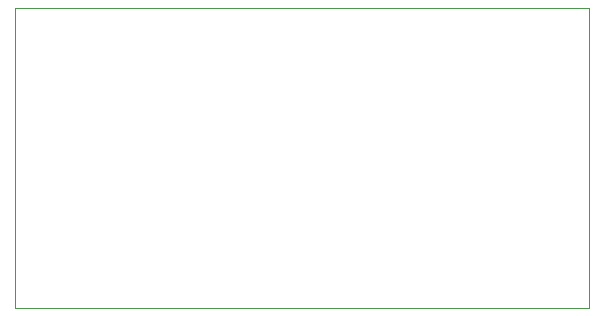
<source format=gbr>
%TF.GenerationSoftware,KiCad,Pcbnew,6.0.2+dfsg-1*%
%TF.CreationDate,2023-07-11T14:37:48-05:00*%
%TF.ProjectId,2023-07-06-dual-jfet-lna-part-deux,32303233-2d30-4372-9d30-362d6475616c,rev?*%
%TF.SameCoordinates,Original*%
%TF.FileFunction,Profile,NP*%
%FSLAX46Y46*%
G04 Gerber Fmt 4.6, Leading zero omitted, Abs format (unit mm)*
G04 Created by KiCad (PCBNEW 6.0.2+dfsg-1) date 2023-07-11 14:37:48*
%MOMM*%
%LPD*%
G01*
G04 APERTURE LIST*
%TA.AperFunction,Profile*%
%ADD10C,0.100000*%
%TD*%
G04 APERTURE END LIST*
D10*
X200400000Y-113900000D02*
X249000000Y-113900000D01*
X249000000Y-113900000D02*
X249000000Y-139300000D01*
X249000000Y-139300000D02*
X200400000Y-139300000D01*
X200400000Y-139300000D02*
X200400000Y-113900000D01*
M02*

</source>
